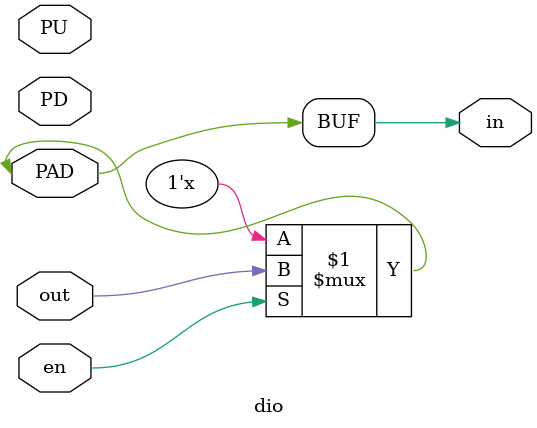
<source format=v>

module dio (in, out, en, PU, PD, PAD);
    output in;
    input en;
    input PU;
    input PD;
    
    input out;

    inout PAD;
    
    assign PAD = en ? out: 1'bz;
    assign in = PAD;

endmodule
</source>
